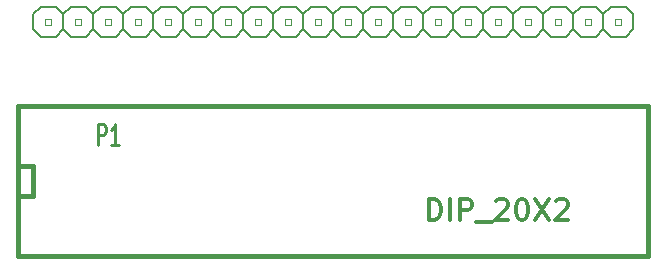
<source format=gto>
G04 (created by PCBNEW (2013-07-07 BZR 4022)-stable) date 2/28/2015 2:35:59 PM*
%MOIN*%
G04 Gerber Fmt 3.4, Leading zero omitted, Abs format*
%FSLAX34Y34*%
G01*
G70*
G90*
G04 APERTURE LIST*
%ADD10C,0.00590551*%
%ADD11C,0.0026*%
%ADD12C,0.006*%
%ADD13C,0.015*%
%ADD14C,0.01125*%
%ADD15C,0.012*%
G04 APERTURE END LIST*
G54D10*
G54D11*
X62734Y-38190D02*
X62934Y-38190D01*
X62934Y-38190D02*
X62934Y-37990D01*
X62734Y-37990D02*
X62934Y-37990D01*
X62734Y-38190D02*
X62734Y-37990D01*
X61734Y-38190D02*
X61934Y-38190D01*
X61934Y-38190D02*
X61934Y-37990D01*
X61734Y-37990D02*
X61934Y-37990D01*
X61734Y-38190D02*
X61734Y-37990D01*
X60734Y-38190D02*
X60934Y-38190D01*
X60934Y-38190D02*
X60934Y-37990D01*
X60734Y-37990D02*
X60934Y-37990D01*
X60734Y-38190D02*
X60734Y-37990D01*
X59734Y-38190D02*
X59934Y-38190D01*
X59934Y-38190D02*
X59934Y-37990D01*
X59734Y-37990D02*
X59934Y-37990D01*
X59734Y-38190D02*
X59734Y-37990D01*
X58734Y-38190D02*
X58934Y-38190D01*
X58934Y-38190D02*
X58934Y-37990D01*
X58734Y-37990D02*
X58934Y-37990D01*
X58734Y-38190D02*
X58734Y-37990D01*
X57734Y-38190D02*
X57934Y-38190D01*
X57934Y-38190D02*
X57934Y-37990D01*
X57734Y-37990D02*
X57934Y-37990D01*
X57734Y-38190D02*
X57734Y-37990D01*
X56734Y-38190D02*
X56934Y-38190D01*
X56934Y-38190D02*
X56934Y-37990D01*
X56734Y-37990D02*
X56934Y-37990D01*
X56734Y-38190D02*
X56734Y-37990D01*
X55734Y-38190D02*
X55934Y-38190D01*
X55934Y-38190D02*
X55934Y-37990D01*
X55734Y-37990D02*
X55934Y-37990D01*
X55734Y-38190D02*
X55734Y-37990D01*
X54734Y-38190D02*
X54934Y-38190D01*
X54934Y-38190D02*
X54934Y-37990D01*
X54734Y-37990D02*
X54934Y-37990D01*
X54734Y-38190D02*
X54734Y-37990D01*
X53734Y-38190D02*
X53934Y-38190D01*
X53934Y-38190D02*
X53934Y-37990D01*
X53734Y-37990D02*
X53934Y-37990D01*
X53734Y-38190D02*
X53734Y-37990D01*
X52734Y-38190D02*
X52934Y-38190D01*
X52934Y-38190D02*
X52934Y-37990D01*
X52734Y-37990D02*
X52934Y-37990D01*
X52734Y-38190D02*
X52734Y-37990D01*
X51734Y-38190D02*
X51934Y-38190D01*
X51934Y-38190D02*
X51934Y-37990D01*
X51734Y-37990D02*
X51934Y-37990D01*
X51734Y-38190D02*
X51734Y-37990D01*
X50734Y-38190D02*
X50934Y-38190D01*
X50934Y-38190D02*
X50934Y-37990D01*
X50734Y-37990D02*
X50934Y-37990D01*
X50734Y-38190D02*
X50734Y-37990D01*
X49734Y-38190D02*
X49934Y-38190D01*
X49934Y-38190D02*
X49934Y-37990D01*
X49734Y-37990D02*
X49934Y-37990D01*
X49734Y-38190D02*
X49734Y-37990D01*
X48734Y-38190D02*
X48934Y-38190D01*
X48934Y-38190D02*
X48934Y-37990D01*
X48734Y-37990D02*
X48934Y-37990D01*
X48734Y-38190D02*
X48734Y-37990D01*
X47734Y-38190D02*
X47934Y-38190D01*
X47934Y-38190D02*
X47934Y-37990D01*
X47734Y-37990D02*
X47934Y-37990D01*
X47734Y-38190D02*
X47734Y-37990D01*
X46734Y-38190D02*
X46934Y-38190D01*
X46934Y-38190D02*
X46934Y-37990D01*
X46734Y-37990D02*
X46934Y-37990D01*
X46734Y-38190D02*
X46734Y-37990D01*
X45734Y-38190D02*
X45934Y-38190D01*
X45934Y-38190D02*
X45934Y-37990D01*
X45734Y-37990D02*
X45934Y-37990D01*
X45734Y-38190D02*
X45734Y-37990D01*
X44734Y-38190D02*
X44934Y-38190D01*
X44934Y-38190D02*
X44934Y-37990D01*
X44734Y-37990D02*
X44934Y-37990D01*
X44734Y-38190D02*
X44734Y-37990D01*
X63734Y-38190D02*
X63934Y-38190D01*
X63934Y-38190D02*
X63934Y-37990D01*
X63734Y-37990D02*
X63934Y-37990D01*
X63734Y-38190D02*
X63734Y-37990D01*
G54D12*
X62584Y-37590D02*
X63084Y-37590D01*
X63084Y-37590D02*
X63334Y-37840D01*
X63334Y-37840D02*
X63334Y-38340D01*
X63334Y-38340D02*
X63084Y-38590D01*
X61334Y-37840D02*
X61584Y-37590D01*
X61584Y-37590D02*
X62084Y-37590D01*
X62084Y-37590D02*
X62334Y-37840D01*
X62334Y-37840D02*
X62334Y-38340D01*
X62334Y-38340D02*
X62084Y-38590D01*
X62084Y-38590D02*
X61584Y-38590D01*
X61584Y-38590D02*
X61334Y-38340D01*
X62584Y-37590D02*
X62334Y-37840D01*
X62334Y-38340D02*
X62584Y-38590D01*
X63084Y-38590D02*
X62584Y-38590D01*
X59584Y-37590D02*
X60084Y-37590D01*
X60084Y-37590D02*
X60334Y-37840D01*
X60334Y-37840D02*
X60334Y-38340D01*
X60334Y-38340D02*
X60084Y-38590D01*
X60334Y-37840D02*
X60584Y-37590D01*
X60584Y-37590D02*
X61084Y-37590D01*
X61084Y-37590D02*
X61334Y-37840D01*
X61334Y-37840D02*
X61334Y-38340D01*
X61334Y-38340D02*
X61084Y-38590D01*
X61084Y-38590D02*
X60584Y-38590D01*
X60584Y-38590D02*
X60334Y-38340D01*
X58334Y-37840D02*
X58584Y-37590D01*
X58584Y-37590D02*
X59084Y-37590D01*
X59084Y-37590D02*
X59334Y-37840D01*
X59334Y-37840D02*
X59334Y-38340D01*
X59334Y-38340D02*
X59084Y-38590D01*
X59084Y-38590D02*
X58584Y-38590D01*
X58584Y-38590D02*
X58334Y-38340D01*
X59584Y-37590D02*
X59334Y-37840D01*
X59334Y-38340D02*
X59584Y-38590D01*
X60084Y-38590D02*
X59584Y-38590D01*
X56584Y-37590D02*
X57084Y-37590D01*
X57084Y-37590D02*
X57334Y-37840D01*
X57334Y-37840D02*
X57334Y-38340D01*
X57334Y-38340D02*
X57084Y-38590D01*
X57334Y-37840D02*
X57584Y-37590D01*
X57584Y-37590D02*
X58084Y-37590D01*
X58084Y-37590D02*
X58334Y-37840D01*
X58334Y-37840D02*
X58334Y-38340D01*
X58334Y-38340D02*
X58084Y-38590D01*
X58084Y-38590D02*
X57584Y-38590D01*
X57584Y-38590D02*
X57334Y-38340D01*
X55334Y-37840D02*
X55584Y-37590D01*
X55584Y-37590D02*
X56084Y-37590D01*
X56084Y-37590D02*
X56334Y-37840D01*
X56334Y-37840D02*
X56334Y-38340D01*
X56334Y-38340D02*
X56084Y-38590D01*
X56084Y-38590D02*
X55584Y-38590D01*
X55584Y-38590D02*
X55334Y-38340D01*
X56584Y-37590D02*
X56334Y-37840D01*
X56334Y-38340D02*
X56584Y-38590D01*
X57084Y-38590D02*
X56584Y-38590D01*
X53584Y-37590D02*
X54084Y-37590D01*
X54084Y-37590D02*
X54334Y-37840D01*
X54334Y-37840D02*
X54334Y-38340D01*
X54334Y-38340D02*
X54084Y-38590D01*
X54334Y-37840D02*
X54584Y-37590D01*
X54584Y-37590D02*
X55084Y-37590D01*
X55084Y-37590D02*
X55334Y-37840D01*
X55334Y-37840D02*
X55334Y-38340D01*
X55334Y-38340D02*
X55084Y-38590D01*
X55084Y-38590D02*
X54584Y-38590D01*
X54584Y-38590D02*
X54334Y-38340D01*
X52334Y-37840D02*
X52584Y-37590D01*
X52584Y-37590D02*
X53084Y-37590D01*
X53084Y-37590D02*
X53334Y-37840D01*
X53334Y-37840D02*
X53334Y-38340D01*
X53334Y-38340D02*
X53084Y-38590D01*
X53084Y-38590D02*
X52584Y-38590D01*
X52584Y-38590D02*
X52334Y-38340D01*
X53584Y-37590D02*
X53334Y-37840D01*
X53334Y-38340D02*
X53584Y-38590D01*
X54084Y-38590D02*
X53584Y-38590D01*
X50584Y-37590D02*
X51084Y-37590D01*
X51084Y-37590D02*
X51334Y-37840D01*
X51334Y-37840D02*
X51334Y-38340D01*
X51334Y-38340D02*
X51084Y-38590D01*
X51334Y-37840D02*
X51584Y-37590D01*
X51584Y-37590D02*
X52084Y-37590D01*
X52084Y-37590D02*
X52334Y-37840D01*
X52334Y-37840D02*
X52334Y-38340D01*
X52334Y-38340D02*
X52084Y-38590D01*
X52084Y-38590D02*
X51584Y-38590D01*
X51584Y-38590D02*
X51334Y-38340D01*
X49334Y-37840D02*
X49584Y-37590D01*
X49584Y-37590D02*
X50084Y-37590D01*
X50084Y-37590D02*
X50334Y-37840D01*
X50334Y-37840D02*
X50334Y-38340D01*
X50334Y-38340D02*
X50084Y-38590D01*
X50084Y-38590D02*
X49584Y-38590D01*
X49584Y-38590D02*
X49334Y-38340D01*
X50584Y-37590D02*
X50334Y-37840D01*
X50334Y-38340D02*
X50584Y-38590D01*
X51084Y-38590D02*
X50584Y-38590D01*
X47584Y-37590D02*
X48084Y-37590D01*
X48084Y-37590D02*
X48334Y-37840D01*
X48334Y-37840D02*
X48334Y-38340D01*
X48334Y-38340D02*
X48084Y-38590D01*
X48334Y-37840D02*
X48584Y-37590D01*
X48584Y-37590D02*
X49084Y-37590D01*
X49084Y-37590D02*
X49334Y-37840D01*
X49334Y-37840D02*
X49334Y-38340D01*
X49334Y-38340D02*
X49084Y-38590D01*
X49084Y-38590D02*
X48584Y-38590D01*
X48584Y-38590D02*
X48334Y-38340D01*
X46334Y-37840D02*
X46584Y-37590D01*
X46584Y-37590D02*
X47084Y-37590D01*
X47084Y-37590D02*
X47334Y-37840D01*
X47334Y-37840D02*
X47334Y-38340D01*
X47334Y-38340D02*
X47084Y-38590D01*
X47084Y-38590D02*
X46584Y-38590D01*
X46584Y-38590D02*
X46334Y-38340D01*
X47584Y-37590D02*
X47334Y-37840D01*
X47334Y-38340D02*
X47584Y-38590D01*
X48084Y-38590D02*
X47584Y-38590D01*
X44584Y-37590D02*
X45084Y-37590D01*
X45084Y-37590D02*
X45334Y-37840D01*
X45334Y-37840D02*
X45334Y-38340D01*
X45334Y-38340D02*
X45084Y-38590D01*
X45334Y-37840D02*
X45584Y-37590D01*
X45584Y-37590D02*
X46084Y-37590D01*
X46084Y-37590D02*
X46334Y-37840D01*
X46334Y-37840D02*
X46334Y-38340D01*
X46334Y-38340D02*
X46084Y-38590D01*
X46084Y-38590D02*
X45584Y-38590D01*
X45584Y-38590D02*
X45334Y-38340D01*
X44334Y-37840D02*
X44334Y-38340D01*
X44584Y-37590D02*
X44334Y-37840D01*
X44334Y-38340D02*
X44584Y-38590D01*
X45084Y-38590D02*
X44584Y-38590D01*
X63584Y-37590D02*
X64084Y-37590D01*
X64084Y-37590D02*
X64334Y-37840D01*
X64334Y-37840D02*
X64334Y-38340D01*
X64334Y-38340D02*
X64084Y-38590D01*
X63584Y-37590D02*
X63334Y-37840D01*
X63334Y-38340D02*
X63584Y-38590D01*
X64084Y-38590D02*
X63584Y-38590D01*
G54D13*
X43834Y-42910D02*
X44334Y-42910D01*
X44334Y-42910D02*
X44334Y-43910D01*
X44334Y-43910D02*
X43834Y-43910D01*
X43834Y-40910D02*
X64834Y-40910D01*
X64834Y-40910D02*
X64834Y-45910D01*
X64834Y-45910D02*
X43834Y-45910D01*
X43834Y-45910D02*
X43834Y-40910D01*
G54D14*
X46501Y-42193D02*
X46501Y-41493D01*
X46673Y-41493D01*
X46716Y-41526D01*
X46737Y-41560D01*
X46759Y-41626D01*
X46759Y-41726D01*
X46737Y-41793D01*
X46716Y-41826D01*
X46673Y-41860D01*
X46501Y-41860D01*
X47187Y-42193D02*
X46930Y-42193D01*
X47059Y-42193D02*
X47059Y-41493D01*
X47016Y-41593D01*
X46973Y-41660D01*
X46930Y-41693D01*
G54D15*
X57534Y-44693D02*
X57534Y-43993D01*
X57700Y-43993D01*
X57800Y-44026D01*
X57867Y-44093D01*
X57900Y-44160D01*
X57934Y-44293D01*
X57934Y-44393D01*
X57900Y-44526D01*
X57867Y-44593D01*
X57800Y-44660D01*
X57700Y-44693D01*
X57534Y-44693D01*
X58234Y-44693D02*
X58234Y-43993D01*
X58567Y-44693D02*
X58567Y-43993D01*
X58834Y-43993D01*
X58900Y-44026D01*
X58934Y-44060D01*
X58967Y-44126D01*
X58967Y-44226D01*
X58934Y-44293D01*
X58900Y-44326D01*
X58834Y-44360D01*
X58567Y-44360D01*
X59100Y-44760D02*
X59634Y-44760D01*
X59767Y-44060D02*
X59800Y-44026D01*
X59867Y-43993D01*
X60034Y-43993D01*
X60100Y-44026D01*
X60134Y-44060D01*
X60167Y-44126D01*
X60167Y-44193D01*
X60134Y-44293D01*
X59734Y-44693D01*
X60167Y-44693D01*
X60600Y-43993D02*
X60667Y-43993D01*
X60734Y-44026D01*
X60767Y-44060D01*
X60800Y-44126D01*
X60834Y-44260D01*
X60834Y-44426D01*
X60800Y-44560D01*
X60767Y-44626D01*
X60734Y-44660D01*
X60667Y-44693D01*
X60600Y-44693D01*
X60534Y-44660D01*
X60500Y-44626D01*
X60467Y-44560D01*
X60434Y-44426D01*
X60434Y-44260D01*
X60467Y-44126D01*
X60500Y-44060D01*
X60534Y-44026D01*
X60600Y-43993D01*
X61067Y-43993D02*
X61534Y-44693D01*
X61534Y-43993D02*
X61067Y-44693D01*
X61767Y-44060D02*
X61800Y-44026D01*
X61867Y-43993D01*
X62034Y-43993D01*
X62100Y-44026D01*
X62134Y-44060D01*
X62167Y-44126D01*
X62167Y-44193D01*
X62134Y-44293D01*
X61734Y-44693D01*
X62167Y-44693D01*
M02*

</source>
